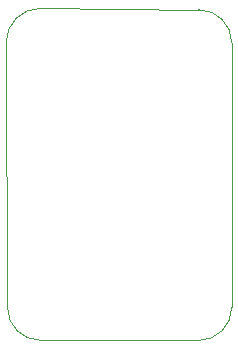
<source format=gbr>
%TF.GenerationSoftware,KiCad,Pcbnew,9.0.5*%
%TF.CreationDate,2025-10-22T12:52:36+02:00*%
%TF.ProjectId,tut_1,7475745f-312e-46b6-9963-61645f706362,rev?*%
%TF.SameCoordinates,Original*%
%TF.FileFunction,Profile,NP*%
%FSLAX46Y46*%
G04 Gerber Fmt 4.6, Leading zero omitted, Abs format (unit mm)*
G04 Created by KiCad (PCBNEW 9.0.5) date 2025-10-22 12:52:36*
%MOMM*%
%LPD*%
G01*
G04 APERTURE LIST*
%TA.AperFunction,Profile*%
%ADD10C,0.050000*%
%TD*%
G04 APERTURE END LIST*
D10*
X132000000Y-102200000D02*
X145400000Y-102200000D01*
X132000000Y-74079410D02*
X145400000Y-74200000D01*
X129079410Y-77000000D02*
X129200000Y-99400000D01*
X148200000Y-99400000D02*
X148200000Y-77000000D01*
X132000000Y-102200000D02*
G75*
G02*
X129200000Y-99400000I0J2800000D01*
G01*
X148200000Y-99400000D02*
G75*
G02*
X145400000Y-102200000I-2800000J0D01*
G01*
X145400000Y-74200000D02*
G75*
G02*
X148200000Y-77000000I0J-2800000D01*
G01*
X129079410Y-77000000D02*
G75*
G02*
X132000000Y-74079410I2920590J0D01*
G01*
M02*

</source>
